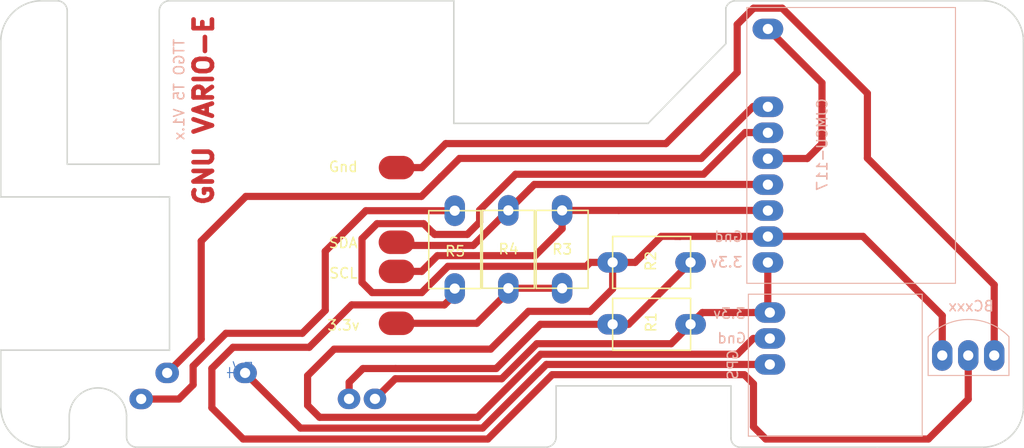
<source format=kicad_pcb>
(kicad_pcb (version 20171130) (host pcbnew "(5.0.0)")

  (general
    (thickness 1.6)
    (drawings 51)
    (tracks 132)
    (zones 0)
    (modules 10)
    (nets 13)
  )

  (page A4)
  (title_block
    (title "GNU Vario for TTGO T5")
    (date 2019-06-17)
    (rev "V 1.3")
    (company Ratamuse)
  )

  (layers
    (0 F.Cu signal)
    (31 B.Cu signal hide)
    (32 B.Adhes user hide)
    (33 F.Adhes user hide)
    (34 B.Paste user hide)
    (35 F.Paste user hide)
    (36 B.SilkS user)
    (37 F.SilkS user)
    (38 B.Mask user hide)
    (39 F.Mask user hide)
    (40 Dwgs.User user hide)
    (41 Cmts.User user hide)
    (42 Eco1.User user)
    (43 Eco2.User user hide)
    (44 Edge.Cuts user)
    (45 Margin user hide)
    (46 B.CrtYd user hide)
    (47 F.CrtYd user hide)
    (48 B.Fab user hide)
    (49 F.Fab user hide)
  )

  (setup
    (last_trace_width 0.7)
    (trace_clearance 0.3)
    (zone_clearance 0.1)
    (zone_45_only no)
    (trace_min 0.2)
    (segment_width 0.2)
    (edge_width 0.2)
    (via_size 0.8)
    (via_drill 0.4)
    (via_min_size 0.4)
    (via_min_drill 0.3)
    (uvia_size 0.3)
    (uvia_drill 0.1)
    (uvias_allowed no)
    (uvia_min_size 0.2)
    (uvia_min_drill 0.1)
    (pcb_text_width 0.3)
    (pcb_text_size 1.5 1.5)
    (mod_edge_width 0.15)
    (mod_text_size 1 1)
    (mod_text_width 0.15)
    (pad_size 2.3 2.3)
    (pad_drill 1)
    (pad_to_mask_clearance 0.2)
    (aux_axis_origin 0 0)
    (visible_elements 7FFFFFFF)
    (pcbplotparams
      (layerselection 0x01408_7fffffff)
      (usegerberextensions false)
      (usegerberattributes true)
      (usegerberadvancedattributes false)
      (creategerberjobfile false)
      (excludeedgelayer true)
      (linewidth 0.100000)
      (plotframeref false)
      (viasonmask true)
      (mode 1)
      (useauxorigin false)
      (hpglpennumber 1)
      (hpglpenspeed 20)
      (hpglpendiameter 15.000000)
      (psnegative false)
      (psa4output false)
      (plotreference true)
      (plotvalue true)
      (plotinvisibletext false)
      (padsonsilk true)
      (subtractmaskfromsilk false)
      (outputformat 1)
      (mirror false)
      (drillshape 0)
      (scaleselection 1)
      (outputdirectory "../../../drive/PCB/"))
  )

  (net 0 "")
  (net 1 "Net-(ESP321-Pad3)")
  (net 2 "Net-(ESP321-Pad4)")
  (net 3 "Net-(ESP321-Pad20)")
  (net 4 "Net-(ESP321-Pad23)")
  (net 5 "Net-(U1-Pad10)")
  (net 6 "Net-(J1-Pad3)")
  (net 7 "Net-(J1-Pad4)")
  (net 8 "Net-(J1-Pad5)")
  (net 9 "Net-(ESP321-Pad12)")
  (net 10 "Net-(BCxxx1-Pad1)")
  (net 11 "Net-(BCxxx1-Pad2)")
  (net 12 "Net-(BCxxx1-Pad3)")

  (net_class Default "Ceci est la Netclass par défaut."
    (clearance 0.3)
    (trace_width 0.7)
    (via_dia 0.8)
    (via_drill 0.4)
    (uvia_dia 0.3)
    (uvia_drill 0.1)
    (add_net "Net-(BCxxx1-Pad1)")
    (add_net "Net-(BCxxx1-Pad2)")
    (add_net "Net-(BCxxx1-Pad3)")
    (add_net "Net-(ESP321-Pad12)")
    (add_net "Net-(ESP321-Pad20)")
    (add_net "Net-(ESP321-Pad23)")
    (add_net "Net-(ESP321-Pad3)")
    (add_net "Net-(ESP321-Pad4)")
    (add_net "Net-(J1-Pad3)")
    (add_net "Net-(J1-Pad4)")
    (add_net "Net-(J1-Pad5)")
    (add_net "Net-(U1-Pad10)")
  )

  (module GNU_Vario_E_CNC:Transistor (layer F.Cu) (tedit 5D2918B7) (tstamp 5D3A259B)
    (at 189.37 104.27 180)
    (path /5D03B273)
    (fp_text reference BCxxx1 (at -5.5 -2.36 180) (layer Dwgs.User)
      (effects (font (size 1 1) (thickness 0.15)))
    )
    (fp_text value S8050 (at -6.31 -5.29 180) (layer Dwgs.User)
      (effects (font (size 1 1) (thickness 0.15)))
    )
    (fp_text user BCxxx (at 4.79 2.29 180) (layer B.SilkS)
      (effects (font (size 1 1) (thickness 0.15)) (justify mirror))
    )
    (fp_arc (start 5.05 -4.5) (end 1.100001 -0.700001) (angle -92.2) (layer B.SilkS) (width 0.1))
    (fp_line (start 1.1 -4.5) (end 9 -4.5) (layer B.SilkS) (width 0.1))
    (fp_line (start 1.1 -0.7) (end 1.1 -4.5) (layer B.SilkS) (width 0.1))
    (fp_line (start 9 -0.7) (end 9 -4.5) (layer B.SilkS) (width 0.1))
    (pad 3 thru_hole oval (at 7.62 -2.54 180) (size 2 3) (drill 1) (layers *.Cu *.Mask)
      (net 12 "Net-(BCxxx1-Pad3)"))
    (pad 2 thru_hole oval (at 5.08 -2.54 180) (size 2 3) (drill 1) (layers *.Cu *.Mask)
      (net 11 "Net-(BCxxx1-Pad2)"))
    (pad 1 thru_hole oval (at 2.54 -2.54 180) (size 2 3) (drill 1) (layers *.Cu *.Mask)
      (net 10 "Net-(BCxxx1-Pad1)"))
  )

  (module GNU_Vario_E_CNC:GPS (layer F.Cu) (tedit 5D3B8792) (tstamp 5CF0DA1C)
    (at 164.89 102.61 270)
    (path /5D3A59B9)
    (fp_text reference U2 (at 4.2 -7.3 270) (layer Dwgs.User)
      (effects (font (size 1 1) (thickness 0.15)) (justify mirror))
    )
    (fp_text value ATGM336H (at 4.62 -9.79 270) (layer F.Fab)
      (effects (font (size 1 1) (thickness 0.15)) (justify mirror))
    )
    (fp_text user GPS (at 5.1 3.62 270) (layer B.SilkS)
      (effects (font (size 1 1) (thickness 0.15)) (justify mirror))
    )
    (fp_line (start -1.8 2.1) (end -1.8 -14.9) (layer B.SilkS) (width 0.1))
    (fp_line (start -1.8 -14.9) (end 12.1 -14.9) (layer B.SilkS) (width 0.1))
    (fp_line (start 12.1 -14.9) (end 12.1 2.1) (layer B.SilkS) (width 0.1))
    (fp_line (start 12.1 2.1) (end -1.8 2.1) (layer B.SilkS) (width 0.1))
    (fp_text user 3.3v (at 0.09 3.97) (layer B.SilkS)
      (effects (font (size 1 1) (thickness 0.15)) (justify mirror))
    )
    (fp_text user Gnd (at 2.51 3.72) (layer B.SilkS)
      (effects (font (size 1 1) (thickness 0.15)) (justify mirror))
    )
    (pad 2 thru_hole oval (at 2.54 0 270) (size 2 3) (drill 1) (layers *.Cu *.Mask)
      (net 12 "Net-(BCxxx1-Pad3)"))
    (pad 3 thru_hole oval (at 5.08 0 270) (size 2 3) (drill 1) (layers *.Cu *.Mask)
      (net 3 "Net-(ESP321-Pad20)"))
    (pad 1 thru_hole oval (at 0 0 270) (size 2 3) (drill 1) (layers *.Cu *.Mask)
      (net 1 "Net-(ESP321-Pad3)"))
    (pad "" np_thru_hole circle (at 7.62 0 270) (size 1 1) (drill 1) (layers *.Cu *.Mask))
    (pad "" np_thru_hole circle (at 10.16 0 270) (size 1 1) (drill 1) (layers *.Cu *.Mask))
  )

  (module GNU_Vario_E_CNC:R1 (layer F.Cu) (tedit 5D28F884) (tstamp 5CF0B9B1)
    (at 149.52 103.76 270)
    (path /5CD6C26E)
    (fp_text reference R1 (at -0.2 -3.76 270) (layer F.SilkS)
      (effects (font (size 1 1) (thickness 0.15)))
    )
    (fp_text value 270k (at 1.27 -2.54 270) (layer F.Fab)
      (effects (font (size 1 1) (thickness 0.15)))
    )
    (fp_line (start -2.54 0) (end -2.54 -7.62) (layer F.SilkS) (width 0.15))
    (fp_line (start 2.54 0) (end -2.54 0) (layer F.SilkS) (width 0.15))
    (fp_line (start 2.54 -7.62) (end 2.54 0) (layer F.SilkS) (width 0.15))
    (fp_line (start -2.54 -7.62) (end 2.54 -7.62) (layer F.SilkS) (width 0.15))
    (pad 2 thru_hole oval (at 0 -7.62 270) (size 2 3) (drill 1) (layers *.Cu *.Mask)
      (net 1 "Net-(ESP321-Pad3)"))
    (pad 1 thru_hole oval (at 0 0 270) (size 2 3) (drill 1) (layers *.Cu *.Mask)
      (net 2 "Net-(ESP321-Pad4)"))
  )

  (module GNU_Vario_E_CNC:R1 (layer F.Cu) (tedit 5D28F884) (tstamp 5CF0B9BB)
    (at 149.52 97.7 270)
    (path /5CD6C1F8)
    (fp_text reference R2 (at -0.13 -3.73 270) (layer F.SilkS)
      (effects (font (size 1 1) (thickness 0.15)))
    )
    (fp_text value 1M (at -7.62 -5.08 270) (layer F.Fab)
      (effects (font (size 1 1) (thickness 0.15)))
    )
    (fp_line (start -2.54 0) (end -2.54 -7.62) (layer F.SilkS) (width 0.15))
    (fp_line (start 2.54 0) (end -2.54 0) (layer F.SilkS) (width 0.15))
    (fp_line (start 2.54 -7.62) (end 2.54 0) (layer F.SilkS) (width 0.15))
    (fp_line (start -2.54 -7.62) (end 2.54 -7.62) (layer F.SilkS) (width 0.15))
    (pad 2 thru_hole oval (at 0 -7.62 270) (size 2 3) (drill 1) (layers *.Cu *.Mask)
      (net 2 "Net-(ESP321-Pad4)"))
    (pad 1 thru_hole oval (at 0 0 270) (size 2 3) (drill 1) (layers *.Cu *.Mask)
      (net 12 "Net-(BCxxx1-Pad3)"))
  )

  (module GNU_Vario_E_CNC:R1 (layer F.Cu) (tedit 5D28F884) (tstamp 5CFD6442)
    (at 144.58 92.61 180)
    (path /5CFDF6CA)
    (fp_text reference R3 (at -0.01 -3.81 180) (layer F.SilkS)
      (effects (font (size 1 1) (thickness 0.15)))
    )
    (fp_text value 4.7k (at -7.62 -5.08 180) (layer F.Fab)
      (effects (font (size 1 1) (thickness 0.15)))
    )
    (fp_line (start -2.54 0) (end -2.54 -7.62) (layer F.SilkS) (width 0.15))
    (fp_line (start 2.54 0) (end -2.54 0) (layer F.SilkS) (width 0.15))
    (fp_line (start 2.54 -7.62) (end 2.54 0) (layer F.SilkS) (width 0.15))
    (fp_line (start -2.54 -7.62) (end 2.54 -7.62) (layer F.SilkS) (width 0.15))
    (pad 2 thru_hole oval (at 0 -7.62 180) (size 2 3) (drill 1) (layers *.Cu *.Mask)
      (net 8 "Net-(J1-Pad5)"))
    (pad 1 thru_hole oval (at 0 0 180) (size 2 3) (drill 1) (layers *.Cu *.Mask)
      (net 7 "Net-(J1-Pad4)"))
  )

  (module GNU_Vario_E_CNC:R1 (layer F.Cu) (tedit 5D28F884) (tstamp 5D035009)
    (at 134.08 92.64 180)
    (path /5D033FE3)
    (fp_text reference R5 (at -0.04 -3.97 180) (layer F.SilkS)
      (effects (font (size 1 1) (thickness 0.15)))
    )
    (fp_text value 1K (at -7.62 -5.08 180) (layer F.Fab)
      (effects (font (size 1 1) (thickness 0.15)))
    )
    (fp_line (start -2.54 0) (end -2.54 -7.62) (layer F.SilkS) (width 0.15))
    (fp_line (start 2.54 0) (end -2.54 0) (layer F.SilkS) (width 0.15))
    (fp_line (start 2.54 -7.62) (end 2.54 0) (layer F.SilkS) (width 0.15))
    (fp_line (start -2.54 -7.62) (end 2.54 -7.62) (layer F.SilkS) (width 0.15))
    (pad 2 thru_hole oval (at 0 -7.62 180) (size 2 3) (drill 1) (layers *.Cu *.Mask)
      (net 11 "Net-(BCxxx1-Pad2)"))
    (pad 1 thru_hole oval (at 0 0 180) (size 2 3) (drill 1) (layers *.Cu *.Mask)
      (net 9 "Net-(ESP321-Pad12)"))
  )

  (module GNU_Vario_E_CNC:R1 (layer F.Cu) (tedit 5D28F884) (tstamp 5CFD645D)
    (at 139.32 92.61 180)
    (path /5CFDE7EF)
    (fp_text reference R4 (at -0.02 -3.79 180) (layer F.SilkS)
      (effects (font (size 1 1) (thickness 0.15)))
    )
    (fp_text value 4.7k (at -7.62 -5.08 180) (layer F.Fab)
      (effects (font (size 1 1) (thickness 0.15)))
    )
    (fp_line (start -2.54 0) (end -2.54 -7.62) (layer F.SilkS) (width 0.15))
    (fp_line (start 2.54 0) (end -2.54 0) (layer F.SilkS) (width 0.15))
    (fp_line (start 2.54 -7.62) (end 2.54 0) (layer F.SilkS) (width 0.15))
    (fp_line (start -2.54 -7.62) (end 2.54 -7.62) (layer F.SilkS) (width 0.15))
    (pad 2 thru_hole oval (at 0 -7.62 180) (size 2 3) (drill 1) (layers *.Cu *.Mask)
      (net 8 "Net-(J1-Pad5)"))
    (pad 1 thru_hole oval (at 0 0 180) (size 2 3) (drill 1) (layers *.Cu *.Mask)
      (net 6 "Net-(J1-Pad3)"))
  )

  (module GNU_Vario_E_CNC:CJMCU-117 (layer F.Cu) (tedit 5D2B164F) (tstamp 5D3B89EC)
    (at 167.24 87.55 90)
    (path /5D3A33A8)
    (fp_text reference U1 (at 0.66 6.35 90) (layer Dwgs.User) hide
      (effects (font (size 1 1) (thickness 0.15)))
    )
    (fp_text value CJMCU_117 (at 0.63 8.28 90) (layer F.Fab)
      (effects (font (size 1 1) (thickness 0.15)))
    )
    (fp_text user CJMCU-117 (at 1.39 2.77 90) (layer B.SilkS)
      (effects (font (size 1 1) (thickness 0.15)) (justify mirror))
    )
    (fp_line (start -12.2 -4.6) (end 14.8 -4.6) (layer B.SilkS) (width 0.1))
    (fp_line (start -12.2 15.8) (end -12.2 -4.6) (layer B.SilkS) (width 0.1))
    (fp_line (start 14.8 -4.6) (end 14.8 15.8) (layer B.SilkS) (width 0.1))
    (fp_line (start 14.8 15.8) (end -12.2 15.8) (layer B.SilkS) (width 0.1))
    (fp_text user 3.3v (at -10.14 -6.61) (layer B.SilkS)
      (effects (font (size 1 1) (thickness 0.15)) (justify mirror))
    )
    (fp_text user Gnd (at -7.63 -6.37) (layer B.SilkS)
      (effects (font (size 1 1) (thickness 0.15)) (justify mirror))
    )
    (pad 10 thru_hole oval (at 12.7 -2.54 90) (size 2 3) (drill 1) (layers *.Cu *.Mask)
      (net 5 "Net-(U1-Pad10)"))
    (pad 7 thru_hole oval (at 5.08 -2.54 90) (size 2 3) (drill 1) (layers *.Cu *.Mask)
      (net 4 "Net-(ESP321-Pad23)"))
    (pad 4 thru_hole oval (at -2.54 -2.54 90) (size 2 3) (drill 1) (layers *.Cu *.Mask)
      (net 6 "Net-(J1-Pad3)"))
    (pad 6 thru_hole oval (at 2.54 -2.54 90) (size 2 3) (drill 1) (layers *.Cu *.Mask)
      (net 12 "Net-(BCxxx1-Pad3)"))
    (pad 5 thru_hole oval (at 0 -2.54 90) (size 2 3) (drill 1) (layers *.Cu *.Mask)
      (net 5 "Net-(U1-Pad10)"))
    (pad 1 thru_hole oval (at -10.16 -2.54 90) (size 2 3) (drill 1) (layers *.Cu *.Mask)
      (net 1 "Net-(ESP321-Pad3)"))
    (pad 2 thru_hole oval (at -7.62 -2.54 90) (size 2 3) (drill 1) (layers *.Cu *.Mask)
      (net 12 "Net-(BCxxx1-Pad3)"))
    (pad 3 thru_hole oval (at -5.08 -2.54 90) (size 2 3) (drill 1) (layers *.Cu *.Mask)
      (net 7 "Net-(J1-Pad4)"))
    (pad "" np_thru_hole circle (at 7.62 -2.54 90) (size 1 1) (drill 1) (layers *.Cu *.Mask))
    (pad "" np_thru_hole circle (at 10.16 -2.54 90) (size 1 1) (drill 1) (layers *.Cu *.Mask))
  )

  (module GNU_Vario_E_CNC:Pads_connection (layer F.Cu) (tedit 5D3B839B) (tstamp 5D0B5D11)
    (at 128.4 90.96)
    (descr "Through hole straight pin header, 1x05, 2.54mm pitch, single row")
    (tags "Through hole pin header THT 1x05 2.54mm single row")
    (path /5CFFB39D)
    (fp_text reference J1 (at -15.13 -2.02) (layer Dwgs.User)
      (effects (font (size 1 1) (thickness 0.15)))
    )
    (fp_text value Conn_01x05 (at -15.4 11.6) (layer Dwgs.User)
      (effects (font (size 1 1) (thickness 0.15)))
    )
    (fp_text user Gnd (at -5.22 -2.62) (layer F.SilkS)
      (effects (font (size 1 1) (thickness 0.15)))
    )
    (fp_text user SDA (at -5.23 4.83) (layer F.SilkS)
      (effects (font (size 1 1) (thickness 0.15)))
    )
    (fp_text user SCL (at -5.2 7.8) (layer F.SilkS)
      (effects (font (size 1 1) (thickness 0.15)))
    )
    (fp_text user 3.3v (at -5.2 12.9) (layer F.SilkS)
      (effects (font (size 1 1) (thickness 0.15)))
    )
    (pad 5 smd oval (at 0 12.7) (size 3.5 2.3) (layers F.Cu F.Mask)
      (net 8 "Net-(J1-Pad5)"))
    (pad 4 smd oval (at 0 7.62) (size 3.5 2.3) (layers F.Cu F.Mask)
      (net 7 "Net-(J1-Pad4)"))
    (pad 3 smd oval (at -0.01 4.77) (size 3.5 2.3) (layers F.Cu F.Mask)
      (net 6 "Net-(J1-Pad3)"))
    (pad 1 smd oval (at 0 -2.54) (size 3.5 2.3) (layers F.Cu F.Mask)
      (net 10 "Net-(BCxxx1-Pad1)"))
  )

  (module GNU_Vario_E_CNC:TTGO_T5_V1.09 (layer F.Cu) (tedit 5D3B8A3B) (tstamp 5D3B8B40)
    (at 131.91 108.74 90)
    (tags TTGO)
    (path /5D3A4699)
    (fp_text reference "TTGO T5 V1.x" (at 27.96 -24.78 90) (layer B.SilkS)
      (effects (font (size 1 1) (thickness 0.15)) (justify mirror))
    )
    (fp_text value TTGO_T5 (at 13.02 -34.57 90) (layer F.Fab)
      (effects (font (size 1 1) (thickness 0.15)))
    )
    (fp_line (start -7.06 0) (end -7.06 -35.7) (layer Dwgs.User) (width 0.15))
    (fp_line (start -7.06 -35.7) (end 20.64 -35.7) (layer Dwgs.User) (width 0.15))
    (fp_line (start 36.64 -26.7) (end 36.64 2.1) (layer Dwgs.User) (width 0.15))
    (fp_line (start 36.64 30.1) (end -7.06 30.1) (layer Dwgs.User) (width 0.15))
    (fp_line (start -7.06 12.1) (end -7.06 0) (layer Dwgs.User) (width 0.15))
    (fp_line (start -7.06 22.1) (end -1.07 22.1) (layer Dwgs.User) (width 0.15))
    (fp_line (start -1.07 22.1) (end -1.07 12.1) (layer Dwgs.User) (width 0.15))
    (fp_line (start -1.07 12.1) (end -7.06 12.1) (layer Dwgs.User) (width 0.15))
    (fp_line (start -7.06 22.1) (end -7.06 30.1) (layer Dwgs.User) (width 0.15))
    (fp_line (start 20.64 -35.7) (end 20.64 -26.7) (layer Dwgs.User) (width 0.15))
    (fp_line (start 20.64 -26.7) (end 36.64 -26.7) (layer Dwgs.User) (width 0.15))
    (fp_line (start 36.64 21.1) (end 24.64 21.1) (layer Dwgs.User) (width 0.15))
    (fp_line (start 24.64 21.1) (end 24.64 2.1) (layer Dwgs.User) (width 0.15))
    (fp_line (start 24.64 2.1) (end 36.64 2.1) (layer Dwgs.User) (width 0.15))
    (fp_line (start 36.64 21.1) (end 36.64 30.1) (layer Dwgs.User) (width 0.15))
    (fp_circle (center 33.63 25.66) (end 34.83 25.66) (layer Dwgs.User) (width 0.15))
    (fp_circle (center -4.05 -32.7) (end -2.85 -32.7) (layer Dwgs.User) (width 0.15))
    (fp_circle (center -4.05 25.68) (end -2.85 25.68) (layer Dwgs.User) (width 0.15))
    (pad 12 thru_hole oval (at -2.33 -28.49 90) (size 2 2.3) (drill 1) (layers *.Cu *.Mask)
      (net 9 "Net-(ESP321-Pad12)"))
    (pad 3 thru_hole oval (at -2.32 -5.63 90) (size 2 2.2) (drill 1) (layers *.Cu *.Mask)
      (net 1 "Net-(ESP321-Pad3)"))
    (pad 4 thru_hole oval (at -2.32 -8.17 90) (size 2 2.2) (drill 1) (layers *.Cu *.Mask)
      (net 2 "Net-(ESP321-Pad4)"))
    (pad 20 thru_hole oval (at 0.22 -18.33 90) (size 2 2.3) (drill 1) (layers *.Cu *.Mask)
      (net 3 "Net-(ESP321-Pad20)"))
    (pad 23 thru_hole oval (at 0.22 -25.95 90) (size 2 2.3) (drill 1) (layers *.Cu *.Mask)
      (net 4 "Net-(ESP321-Pad23)"))
  )

  (gr_circle (center 92.99 111.79) (end 94.99 111.79) (layer Eco1.User) (width 0.2))
  (gr_circle (center 92.99 76.09) (end 94.99 76.09) (layer Eco1.User) (width 0.2))
  (gr_circle (center 186.99 76.09) (end 188.99 76.09) (layer Eco1.User) (width 0.2))
  (gr_circle (center 186.99 111.79) (end 188.99 111.79) (layer Eco1.User) (width 0.2))
  (gr_line (start 177.69 101.49) (end 166.89 101.49) (layer Eco1.User) (width 0.2))
  (gr_line (start 179.49 103.29) (end 177.69 101.49) (layer Eco1.User) (width 0.2))
  (gr_line (start 179.49 113.69) (end 179.49 103.29) (layer Eco1.User) (width 0.2))
  (gr_line (start 166.89 113.69) (end 179.49 113.69) (layer Eco1.User) (width 0.2))
  (gr_line (start 166.89 101.49) (end 166.89 113.69) (layer Eco1.User) (width 0.2))
  (gr_arc (start 161.99 114.89) (end 161.09 114.89) (angle -90) (layer Edge.Cuts) (width 0.15))
  (gr_line (start 89.69 76.09) (end 89.69 91.29) (layer Edge.Cuts) (width 0.15))
  (gr_line (start 106.19 106.29) (end 89.69 106.29) (layer Edge.Cuts) (width 0.15))
  (gr_line (start 106.19 91.29) (end 106.19 106.29) (layer Edge.Cuts) (width 0.15))
  (gr_line (start 105.19 91.29) (end 106.19 91.29) (layer Edge.Cuts) (width 0.15))
  (gr_line (start 105.19 91.29) (end 89.69 91.29) (layer Edge.Cuts) (width 0.15))
  (gr_line (start 152.99 84.09) (end 160.59 76.29) (layer Edge.Cuts) (width 0.15))
  (gr_line (start 133.99 84.09) (end 152.99 84.09) (layer Edge.Cuts) (width 0.15))
  (gr_line (start 133.99 72.09) (end 133.99 84.09) (layer Edge.Cuts) (width 0.15))
  (gr_line (start 161.99 115.79) (end 175.39 115.79) (layer Edge.Cuts) (width 0.15))
  (gr_line (start 179.89 72.09) (end 166.59 72.09) (layer Edge.Cuts) (width 0.15))
  (gr_line (start 166.59 72.09) (end 161.59 72.09) (layer Edge.Cuts) (width 0.15))
  (gr_arc (start 161.545188 73.086001) (end 161.59 72.09) (angle -75.35856355) (layer Edge.Cuts) (width 0.15) (tstamp 5CFD815A))
  (gr_line (start 160.59 72.79) (end 160.59 76.29) (layer Edge.Cuts) (width 0.15) (tstamp 5CFD8159))
  (gr_text R4 (at 113.1 108.3) (layer B.Cu) (tstamp 5CFD7674)
    (effects (font (size 1.5 1.5) (thickness 0.1)) (justify mirror))
  )
  (gr_arc (start 102.99 114.79) (end 101.99 114.79) (angle -90) (layer Edge.Cuts) (width 0.15))
  (gr_arc (start 95.388215 114.79) (end 95.388215 115.79) (angle -90) (layer Edge.Cuts) (width 0.15))
  (gr_arc (start 99.19 112.79) (end 101.99 112.69) (angle -177.9545915) (layer Edge.Cuts) (width 0.15))
  (gr_line (start 101.99 114.79) (end 101.99 112.69) (layer Edge.Cuts) (width 0.15))
  (gr_line (start 96.388215 114.79) (end 96.388215 112.79) (layer Edge.Cuts) (width 0.15))
  (gr_arc (start 142.99 114.79) (end 142.99 115.79) (angle -90) (layer Edge.Cuts) (width 0.15))
  (gr_arc (start 106.19 73.09) (end 106.19 72.09) (angle -90) (layer Edge.Cuts) (width 0.15))
  (gr_arc (start 95.19 73.09) (end 96.19 73.09) (angle -90) (layer Edge.Cuts) (width 0.15))
  (gr_arc (start 93.69 76.09) (end 93.69 72.09) (angle -90) (layer Edge.Cuts) (width 0.15))
  (gr_arc (start 93.69 111.79) (end 89.69 111.79) (angle -90) (layer Edge.Cuts) (width 0.15))
  (gr_arc (start 185.69 111.79) (end 185.69 115.79) (angle -90) (layer Edge.Cuts) (width 0.15))
  (gr_arc (start 185.69 76.09) (end 189.69 76.09) (angle -90) (layer Edge.Cuts) (width 0.15))
  (gr_line (start 161.09 109.79) (end 143.99 109.79) (layer Edge.Cuts) (width 0.15))
  (gr_line (start 143.99 109.79) (end 143.99 114.79) (layer Edge.Cuts) (width 0.15))
  (gr_line (start 161.09 114.89) (end 161.09 109.79) (layer Edge.Cuts) (width 0.15))
  (gr_line (start 142.99 115.79) (end 102.99 115.79) (layer Edge.Cuts) (width 0.15))
  (gr_line (start 185.69 115.79) (end 175.39 115.79) (layer Edge.Cuts) (width 0.15))
  (gr_line (start 189.69 76.09) (end 189.69 111.79) (layer Edge.Cuts) (width 0.15))
  (gr_line (start 179.89 72.09) (end 185.69 72.09) (layer Edge.Cuts) (width 0.15))
  (gr_line (start 106.19 72.09) (end 133.99 72.09) (layer Edge.Cuts) (width 0.15))
  (gr_line (start 105.19 88.09) (end 105.19 73.09) (layer Edge.Cuts) (width 0.15))
  (gr_line (start 96.19 88.09) (end 105.19 88.09) (layer Edge.Cuts) (width 0.15))
  (gr_line (start 96.19 73.09) (end 96.19 88.09) (layer Edge.Cuts) (width 0.15))
  (gr_line (start 93.69 72.09) (end 95.19 72.09) (layer Edge.Cuts) (width 0.15))
  (gr_line (start 89.69 111.79) (end 89.69 106.29) (layer Edge.Cuts) (width 0.15))
  (gr_line (start 95.39 115.79) (end 93.69 115.79) (layer Edge.Cuts) (width 0.15))
  (gr_text "GNU VARIO-E\n" (at 109.53 82.79 90) (layer F.Cu)
    (effects (font (size 1.8 1.8) (thickness 0.45)))
  )

  (segment (start 164.89 97.89) (end 164.69 97.69) (width 0.7) (layer F.Cu) (net 1))
  (segment (start 164.69 102.41) (end 164.89 102.61) (width 0.7) (layer F.Cu) (net 1))
  (segment (start 164.69 97.69) (end 164.69 102.41) (width 0.7) (layer F.Cu) (net 1))
  (segment (start 163.263655 102.61) (end 164.89 102.61) (width 0.7) (layer F.Cu) (net 1))
  (segment (start 157.14 103.76) (end 158.289999 102.610001) (width 0.7) (layer F.Cu) (net 1))
  (segment (start 158.289999 102.610001) (end 163.263655 102.61) (width 0.7) (layer F.Cu) (net 1))
  (segment (start 155.990001 104.909999) (end 157.14 103.76) (width 0.7) (layer F.Cu) (net 1))
  (segment (start 155.239999 105.660001) (end 155.990001 104.909999) (width 0.7) (layer F.Cu) (net 1))
  (segment (start 142.105773 105.660001) (end 155.239999 105.660001) (width 0.7) (layer F.Cu) (net 1))
  (segment (start 138.675764 109.09001) (end 142.105773 105.660001) (width 0.7) (layer F.Cu) (net 1))
  (segment (start 128.269068 109.09001) (end 138.675764 109.09001) (width 0.7) (layer F.Cu) (net 1))
  (segment (start 126.294546 111.064532) (end 128.269068 109.09001) (width 0.7) (layer F.Cu) (net 1))
  (segment (start 123.754546 109.438187) (end 125.102733 108.09) (width 0.7) (layer F.Cu) (net 2))
  (segment (start 123.754546 111.064532) (end 123.754546 109.438187) (width 0.7) (layer F.Cu) (net 2))
  (segment (start 125.102733 108.09) (end 128.29 108.09) (width 0.7) (layer F.Cu) (net 2))
  (segment (start 151.08 103.76) (end 149.52 103.76) (width 0.7) (layer F.Cu) (net 2))
  (segment (start 157.14 97.7) (end 151.08 103.76) (width 0.7) (layer F.Cu) (net 2))
  (segment (start 142.46 103.76) (end 149.52 103.76) (width 0.7) (layer F.Cu) (net 2))
  (segment (start 128.29 108.09) (end 138.13 108.09) (width 0.7) (layer F.Cu) (net 2))
  (segment (start 138.13 108.09) (end 142.46 103.76) (width 0.7) (layer F.Cu) (net 2))
  (segment (start 164.89 107.69) (end 143.04 107.69) (width 0.7) (layer F.Cu) (net 3))
  (segment (start 142.24 108.49) (end 142.23 108.49) (width 0.7) (layer F.Cu) (net 3))
  (segment (start 143.04 107.69) (end 142.24 108.49) (width 0.7) (layer F.Cu) (net 3))
  (segment (start 142.23 108.49) (end 136.8 113.92) (width 0.7) (layer F.Cu) (net 3))
  (segment (start 118.990014 113.92) (end 113.594546 108.524532) (width 0.7) (layer F.Cu) (net 3))
  (segment (start 136.8 113.92) (end 118.990014 113.92) (width 0.7) (layer F.Cu) (net 3))
  (segment (start 163.25316 82.45) (end 164.69 82.45) (width 0.7) (layer F.Cu) (net 4))
  (segment (start 158.18316 87.52) (end 163.25316 82.45) (width 0.7) (layer F.Cu) (net 4))
  (segment (start 134.55 87.52) (end 158.18316 87.52) (width 0.7) (layer F.Cu) (net 4))
  (segment (start 132.77 89.3) (end 134.55 87.52) (width 0.7) (layer F.Cu) (net 4))
  (segment (start 105.974546 108.524532) (end 109.29 105.209078) (width 0.7) (layer F.Cu) (net 4))
  (segment (start 109.29 105.209078) (end 109.29 95.61) (width 0.7) (layer F.Cu) (net 4))
  (segment (start 109.29 95.61) (end 113.66 91.24) (width 0.7) (layer F.Cu) (net 4))
  (segment (start 113.66 91.24) (end 130.82 91.24) (width 0.7) (layer F.Cu) (net 4))
  (segment (start 130.82 91.24) (end 132.76 89.3) (width 0.7) (layer F.Cu) (net 4))
  (segment (start 132.76 89.3) (end 132.77 89.3) (width 0.7) (layer F.Cu) (net 4))
  (segment (start 164.69 74.83) (end 169.99 80.13) (width 0.7) (layer F.Cu) (net 5))
  (segment (start 169.99 80.13) (end 169.99 86.09) (width 0.7) (layer F.Cu) (net 5))
  (segment (start 169.99 86.09) (end 168.55 87.53) (width 0.7) (layer F.Cu) (net 5))
  (segment (start 168.55 87.53) (end 164.69 87.53) (width 0.7) (layer F.Cu) (net 5))
  (segment (start 139.32 92.61) (end 141.48 90.45) (width 0.7) (layer F.Cu) (net 6))
  (segment (start 141.86 90.07) (end 141.48 90.45) (width 0.7) (layer F.Cu) (net 6))
  (segment (start 164.69 90.07) (end 141.86 90.07) (width 0.7) (layer F.Cu) (net 6))
  (segment (start 135.89 96.04) (end 128.4 96.04) (width 0.7) (layer F.Cu) (net 6))
  (segment (start 139.32 92.61) (end 135.89 96.04) (width 0.7) (layer F.Cu) (net 6))
  (segment (start 150.11 92.61) (end 164.69 92.61) (width 0.7) (layer F.Cu) (net 7))
  (segment (start 150.11 92.61) (end 144.58 92.61) (width 0.7) (layer F.Cu) (net 7))
  (segment (start 144.58 94.4) (end 144.58 92.61) (width 0.7) (layer F.Cu) (net 7))
  (segment (start 141.93999 97.04001) (end 144.58 94.4) (width 0.7) (layer F.Cu) (net 7))
  (segment (start 132.38999 97.04001) (end 141.93999 97.04001) (width 0.7) (layer F.Cu) (net 7))
  (segment (start 128.4 98.58) (end 130.85 98.58) (width 0.7) (layer F.Cu) (net 7))
  (segment (start 130.85 98.58) (end 132.38999 97.04001) (width 0.7) (layer F.Cu) (net 7))
  (segment (start 144.58 100.23) (end 139.32 100.23) (width 0.7) (layer F.Cu) (net 8))
  (segment (start 139.32 100.58) (end 139.32 100.23) (width 0.7) (layer F.Cu) (net 8))
  (segment (start 136.24 103.66) (end 139.32 100.58) (width 0.7) (layer F.Cu) (net 8))
  (segment (start 128.4 103.66) (end 136.24 103.66) (width 0.7) (layer F.Cu) (net 8))
  (segment (start 108.5 109.68) (end 107.105468 111.074532) (width 0.7) (layer F.Cu) (net 9))
  (segment (start 108.5 107.85) (end 108.5 109.68) (width 0.7) (layer F.Cu) (net 9))
  (segment (start 134.08 92.64) (end 125.39 92.64) (width 0.7) (layer F.Cu) (net 9))
  (segment (start 121.42 96.61) (end 121.42 102.39) (width 0.7) (layer F.Cu) (net 9))
  (segment (start 121.42 102.39) (end 119.17 104.64) (width 0.7) (layer F.Cu) (net 9))
  (segment (start 119.17 104.64) (end 111.71 104.64) (width 0.7) (layer F.Cu) (net 9))
  (segment (start 125.39 92.64) (end 121.42 96.61) (width 0.7) (layer F.Cu) (net 9))
  (segment (start 111.71 104.64) (end 108.5 107.85) (width 0.7) (layer F.Cu) (net 9))
  (segment (start 107.105468 111.074532) (end 103.434546 111.074532) (width 0.7) (layer F.Cu) (net 9))
  (segment (start 174.43 87.5) (end 186.83 99.9) (width 0.7) (layer F.Cu) (net 10))
  (segment (start 186.83 99.9) (end 186.83 106.81) (width 0.7) (layer F.Cu) (net 10))
  (segment (start 174.43 81.15) (end 174.43 87.5) (width 0.7) (layer F.Cu) (net 10))
  (segment (start 166.09501 72.81501) (end 174.43 81.15) (width 0.7) (layer F.Cu) (net 10))
  (segment (start 130.85 88.42) (end 133.2 86.07) (width 0.7) (layer F.Cu) (net 10))
  (segment (start 133.2 86.07) (end 154.73 86.07) (width 0.7) (layer F.Cu) (net 10))
  (segment (start 154.73 86.07) (end 161.7 79.1) (width 0.7) (layer F.Cu) (net 10))
  (segment (start 161.7 79.1) (end 161.7 74.41) (width 0.7) (layer F.Cu) (net 10))
  (segment (start 163.29499 72.81501) (end 166.09501 72.81501) (width 0.7) (layer F.Cu) (net 10))
  (segment (start 128.4 88.42) (end 130.85 88.42) (width 0.7) (layer F.Cu) (net 10))
  (segment (start 161.7 74.41) (end 163.29499 72.81501) (width 0.7) (layer F.Cu) (net 10))
  (segment (start 184.29 111.09) (end 184.29 106.81) (width 0.7) (layer F.Cu) (net 11))
  (segment (start 112.4 106.01) (end 110.33 108.08) (width 0.7) (layer F.Cu) (net 11))
  (segment (start 119.85 106.01) (end 112.4 106.01) (width 0.7) (layer F.Cu) (net 11))
  (segment (start 124.00001 101.85999) (end 119.85 106.01) (width 0.7) (layer F.Cu) (net 11))
  (segment (start 133.06999 101.85999) (end 124.00001 101.85999) (width 0.7) (layer F.Cu) (net 11))
  (segment (start 134.08 100.26) (end 134.08 100.84998) (width 0.7) (layer F.Cu) (net 11))
  (segment (start 180.39 114.99) (end 184.29 111.09) (width 0.7) (layer F.Cu) (net 11))
  (segment (start 134.08 100.84998) (end 133.06999 101.85999) (width 0.7) (layer F.Cu) (net 11))
  (segment (start 110.33 108.08) (end 110.33 111.93) (width 0.7) (layer F.Cu) (net 11))
  (segment (start 110.33 111.93) (end 113.39001 114.99001) (width 0.7) (layer F.Cu) (net 11))
  (segment (start 137.314216 114.99001) (end 143.614216 108.69001) (width 0.7) (layer F.Cu) (net 11))
  (segment (start 113.39001 114.99001) (end 137.314216 114.99001) (width 0.7) (layer F.Cu) (net 11))
  (segment (start 143.614216 108.69001) (end 162.39001 108.69001) (width 0.7) (layer F.Cu) (net 11))
  (segment (start 163.29 113.79) (end 164.49 114.99) (width 0.7) (layer F.Cu) (net 11))
  (segment (start 162.39001 108.69001) (end 163.29 109.59) (width 0.7) (layer F.Cu) (net 11))
  (segment (start 163.29 109.59) (end 163.29 113.79) (width 0.7) (layer F.Cu) (net 11))
  (segment (start 164.49 114.99) (end 180.39 114.99) (width 0.7) (layer F.Cu) (net 11))
  (segment (start 163.263655 105.15) (end 164.89 105.15) (width 0.7) (layer F.Cu) (net 12))
  (segment (start 142.49001 106.68999) (end 161.723665 106.68999) (width 0.7) (layer F.Cu) (net 12))
  (segment (start 136.315467 112.864533) (end 142.49001 106.68999) (width 0.7) (layer F.Cu) (net 12))
  (segment (start 120.864533 112.864533) (end 136.315467 112.864533) (width 0.7) (layer F.Cu) (net 12))
  (segment (start 119.69 108.79) (end 119.69 111.69) (width 0.7) (layer F.Cu) (net 12))
  (segment (start 161.723665 106.68999) (end 163.263655 105.15) (width 0.7) (layer F.Cu) (net 12))
  (segment (start 119.69 111.69) (end 120.864533 112.864533) (width 0.7) (layer F.Cu) (net 12))
  (segment (start 122.29 106.19) (end 119.69 108.79) (width 0.7) (layer F.Cu) (net 12))
  (segment (start 137.59 106.19) (end 122.29 106.19) (width 0.7) (layer F.Cu) (net 12))
  (segment (start 147.32 102.49) (end 141.29 102.49) (width 0.7) (layer F.Cu) (net 12))
  (segment (start 141.29 102.49) (end 137.59 106.19) (width 0.7) (layer F.Cu) (net 12))
  (segment (start 149.52 100.29) (end 149.52 97.7) (width 0.7) (layer F.Cu) (net 12))
  (segment (start 147.32 102.49) (end 149.52 100.29) (width 0.7) (layer F.Cu) (net 12))
  (segment (start 154.27 95.15) (end 156.12 95.15) (width 0.7) (layer F.Cu) (net 12))
  (segment (start 151.72 97.7) (end 154.27 95.15) (width 0.7) (layer F.Cu) (net 12))
  (segment (start 149.52 97.7) (end 151.72 97.7) (width 0.7) (layer F.Cu) (net 12))
  (segment (start 156.12 95.15) (end 155.64 95.15) (width 0.7) (layer F.Cu) (net 12))
  (segment (start 158.41001 89.06999) (end 162.49 84.99) (width 0.7) (layer F.Cu) (net 12))
  (segment (start 136.51 92.586534) (end 140.026544 89.06999) (width 0.7) (layer F.Cu) (net 12))
  (segment (start 135.31 94.96) (end 136.51 93.76) (width 0.7) (layer F.Cu) (net 12))
  (segment (start 140.026544 89.06999) (end 158.41001 89.06999) (width 0.7) (layer F.Cu) (net 12))
  (segment (start 131.94001 94.79001) (end 132.11 94.96) (width 0.7) (layer F.Cu) (net 12))
  (segment (start 131.03999 93.91) (end 131.92 94.79001) (width 0.7) (layer F.Cu) (net 12))
  (segment (start 162.49 84.99) (end 164.69 84.99) (width 0.7) (layer F.Cu) (net 12))
  (segment (start 131.92 94.79001) (end 131.94001 94.79001) (width 0.7) (layer F.Cu) (net 12))
  (segment (start 125.01 99.66) (end 125.01 95.38) (width 0.7) (layer F.Cu) (net 12))
  (segment (start 147.32 97.7) (end 146.94001 98.07999) (width 0.7) (layer F.Cu) (net 12))
  (segment (start 149.52 97.7) (end 147.32 97.7) (width 0.7) (layer F.Cu) (net 12))
  (segment (start 136.51 93.76) (end 136.51 92.586534) (width 0.7) (layer F.Cu) (net 12))
  (segment (start 146.94001 98.07999) (end 133.426544 98.07999) (width 0.7) (layer F.Cu) (net 12))
  (segment (start 132.11 94.96) (end 135.31 94.96) (width 0.7) (layer F.Cu) (net 12))
  (segment (start 133.426544 98.07999) (end 130.846534 100.66) (width 0.7) (layer F.Cu) (net 12))
  (segment (start 130.846534 100.66) (end 126.01 100.66) (width 0.7) (layer F.Cu) (net 12))
  (segment (start 126.01 100.66) (end 125.01 99.66) (width 0.7) (layer F.Cu) (net 12))
  (segment (start 125.01 95.38) (end 126.48 93.91) (width 0.7) (layer F.Cu) (net 12))
  (segment (start 126.48 93.91) (end 131.03999 93.91) (width 0.7) (layer F.Cu) (net 12))
  (segment (start 173.99 95.15) (end 156.12 95.15) (width 0.7) (layer F.Cu) (net 12))
  (segment (start 181.75 106.81) (end 181.75 102.91) (width 0.7) (layer F.Cu) (net 12))
  (segment (start 181.75 102.91) (end 173.99 95.15) (width 0.7) (layer F.Cu) (net 12))

)

</source>
